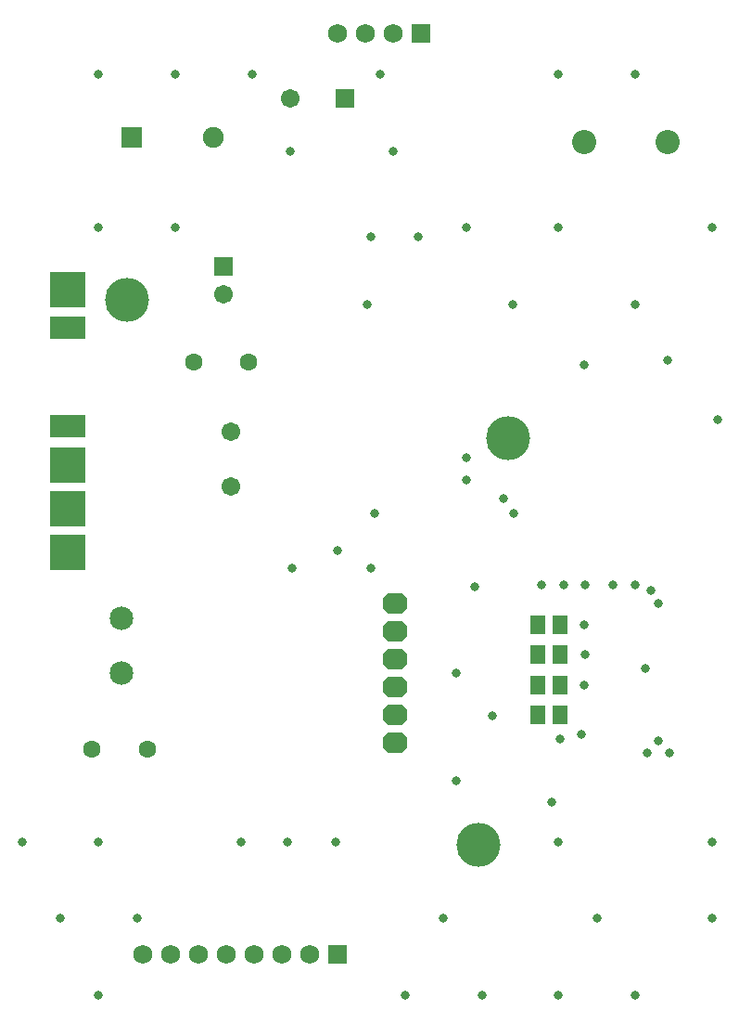
<source format=gbs>
G04*
G04 #@! TF.GenerationSoftware,Altium Limited,Altium Designer,23.4.1 (23)*
G04*
G04 Layer_Color=16711935*
%FSLAX25Y25*%
%MOIN*%
G70*
G04*
G04 #@! TF.SameCoordinates,90884238-BF1D-4E64-AC19-F0AC37931AF7*
G04*
G04*
G04 #@! TF.FilePolarity,Negative*
G04*
G01*
G75*
%ADD37R,0.05524X0.06509*%
%ADD40C,0.15761*%
%ADD41C,0.06800*%
%ADD42R,0.06800X0.06800*%
G04:AMPARAMS|DCode=43|XSize=88mil|YSize=71.94mil|CornerRadius=0mil|HoleSize=0mil|Usage=FLASHONLY|Rotation=180.000|XOffset=0mil|YOffset=0mil|HoleType=Round|Shape=Octagon|*
%AMOCTAGOND43*
4,1,8,-0.04400,0.01798,-0.04400,-0.01798,-0.02602,-0.03597,0.02602,-0.03597,0.04400,-0.01798,0.04400,0.01798,0.02602,0.03597,-0.02602,0.03597,-0.04400,0.01798,0.0*
%
%ADD43OCTAGOND43*%

%ADD44R,0.12611X0.08417*%
%ADD45R,0.12611X0.12611*%
%ADD46C,0.08674*%
%ADD47C,0.08477*%
%ADD48R,0.06706X0.06706*%
%ADD49C,0.06706*%
%ADD50R,0.06706X0.06706*%
%ADD51C,0.06312*%
%ADD52R,0.07493X0.07493*%
%ADD53C,0.07493*%
%ADD54C,0.03162*%
D37*
X195763Y110400D02*
D03*
X203637D02*
D03*
X195763Y142800D02*
D03*
X203637D02*
D03*
X195763Y132000D02*
D03*
X203637D02*
D03*
X195763Y121200D02*
D03*
X203637D02*
D03*
D40*
X48100Y259500D02*
D03*
X184900Y209700D02*
D03*
X174300Y63600D02*
D03*
D41*
X53500Y24300D02*
D03*
X63500D02*
D03*
X73500D02*
D03*
X83500D02*
D03*
X93500D02*
D03*
X103500D02*
D03*
X113500D02*
D03*
X143700Y355100D02*
D03*
X133700D02*
D03*
X123700D02*
D03*
D42*
X123500Y24300D02*
D03*
X153700Y355100D02*
D03*
D43*
X144200Y150250D02*
D03*
Y140250D02*
D03*
Y130250D02*
D03*
Y120250D02*
D03*
Y110250D02*
D03*
Y100250D02*
D03*
D44*
X26612Y214004D02*
D03*
Y249300D02*
D03*
D45*
Y168660D02*
D03*
Y184408D02*
D03*
Y263148D02*
D03*
Y200156D02*
D03*
D46*
X212339Y315900D02*
D03*
X242261D02*
D03*
D47*
X46082Y145085D02*
D03*
Y125400D02*
D03*
D48*
X126354Y331648D02*
D03*
D49*
X106669D02*
D03*
X85251Y212085D02*
D03*
Y192400D02*
D03*
X82672Y261400D02*
D03*
D50*
Y271242D02*
D03*
D51*
X35216Y98200D02*
D03*
X55216D02*
D03*
X72062Y236900D02*
D03*
X91747D02*
D03*
D52*
X49536Y317800D02*
D03*
D53*
X79064D02*
D03*
D54*
X258268Y37295D02*
D03*
X230709Y257768D02*
D03*
X260300Y216400D02*
D03*
X212339Y235938D02*
D03*
X173100Y156300D02*
D03*
X166300Y86800D02*
D03*
X234200Y127200D02*
D03*
X166400Y125500D02*
D03*
X242261Y237659D02*
D03*
X236200Y155000D02*
D03*
X230709Y340445D02*
D03*
X239000Y150300D02*
D03*
X212400Y121200D02*
D03*
X203150Y340445D02*
D03*
X179200Y110200D02*
D03*
X212400Y142800D02*
D03*
X212500Y131900D02*
D03*
X203600Y101800D02*
D03*
X139000Y340445D02*
D03*
X211400Y103300D02*
D03*
X170100Y285327D02*
D03*
Y202650D02*
D03*
X186625Y257768D02*
D03*
X143700Y312886D02*
D03*
X122931Y64854D02*
D03*
X105665D02*
D03*
X88999D02*
D03*
X258268Y285327D02*
D03*
Y64854D02*
D03*
X230709Y9736D02*
D03*
X203150Y285327D02*
D03*
Y64854D02*
D03*
X216929Y37295D02*
D03*
X203150Y9736D02*
D03*
X175591D02*
D03*
X161811Y37295D02*
D03*
X148031Y9736D02*
D03*
X134252Y257768D02*
D03*
X92913Y340445D02*
D03*
X106693Y312886D02*
D03*
X65354Y340445D02*
D03*
Y285327D02*
D03*
X37795Y340445D02*
D03*
Y285327D02*
D03*
Y64854D02*
D03*
X51575Y37295D02*
D03*
X37795Y9736D02*
D03*
X10236Y64854D02*
D03*
X24016Y37295D02*
D03*
X183300Y188000D02*
D03*
X169900Y194800D02*
D03*
X200800Y79000D02*
D03*
X135600Y162900D02*
D03*
X187100Y182600D02*
D03*
X135800Y282000D02*
D03*
X152600D02*
D03*
X136982Y182700D02*
D03*
X107300Y162900D02*
D03*
X123751Y169500D02*
D03*
X212700Y156900D02*
D03*
X222600D02*
D03*
X230700D02*
D03*
X204826D02*
D03*
X196952D02*
D03*
X239011Y101100D02*
D03*
X235105Y96700D02*
D03*
X242980D02*
D03*
M02*

</source>
